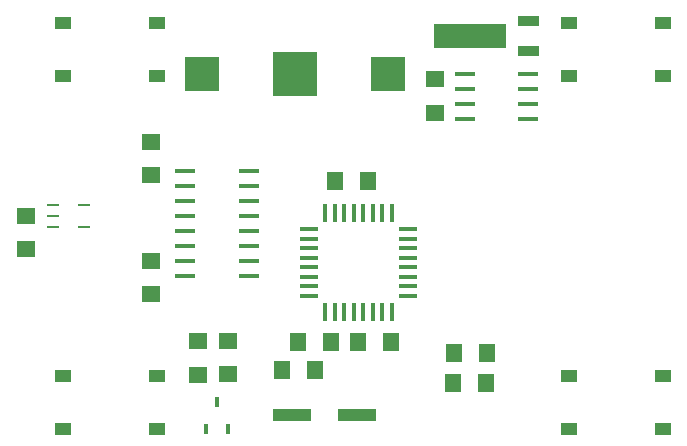
<source format=gbr>
G04 DipTrace 2.3.0.3*
%INBottomPaste.gbr*%
%MOIN*%
%ADD45R,0.1495X0.1495*%
%ADD47R,0.118X0.118*%
%ADD49R,0.1298X0.0392*%
%ADD51R,0.0589X0.0117*%
%ADD53R,0.0117X0.0589*%
%ADD55R,0.04X0.011*%
%ADD59R,0.0707X0.0156*%
%ADD61R,0.053X0.0432*%
%ADD63R,0.0176X0.0333*%
%ADD67R,0.0629X0.055*%
%ADD69R,0.055X0.0629*%
%FSLAX44Y44*%
G04*
G70*
G90*
G75*
G01*
%LNBotPaste*%
%LPD*%
D69*
X15770Y12940D3*
X16872D3*
X16542Y7565D3*
X17645D3*
D67*
X19082Y16315D3*
Y15213D3*
D69*
X15645Y7565D3*
X14542D3*
X15082Y6627D3*
X13980D3*
X19707Y6190D3*
X20810D3*
D67*
X5457Y11753D3*
Y10650D3*
X9645Y13127D3*
Y14230D3*
Y10252D3*
Y9150D3*
D63*
X12207Y4667D3*
X11459D3*
X11833Y5573D3*
D69*
X20832Y7190D3*
X19730D3*
D67*
X11207Y7582D3*
Y6480D3*
X12207Y6503D3*
Y7605D3*
D61*
X26707Y6440D3*
Y4668D3*
X23578D3*
Y6440D3*
X9832D3*
Y4668D3*
X6703D3*
Y6440D3*
Y16418D3*
Y18190D3*
X9832D3*
Y16418D3*
D59*
X22207Y16502D3*
Y16002D3*
Y15502D3*
Y15002D3*
X20082D3*
Y15502D3*
Y16002D3*
Y16502D3*
D55*
X6365Y11388D3*
Y11758D3*
Y12128D3*
X7395D3*
Y11388D3*
D59*
X10770Y9752D3*
Y10252D3*
Y10752D3*
Y11252D3*
Y11752D3*
Y12252D3*
Y12752D3*
Y13252D3*
X12896D3*
Y12752D3*
Y12252D3*
Y11752D3*
Y11252D3*
Y10752D3*
Y10252D3*
Y9752D3*
D53*
X17651Y8559D3*
X17336D3*
X17021D3*
X16706D3*
X16391D3*
X16076D3*
X15761D3*
X15446D3*
D51*
X14895Y9110D3*
Y9425D3*
Y9740D3*
Y10055D3*
Y10370D3*
Y10685D3*
Y11000D3*
Y11315D3*
D53*
X15446Y11866D3*
X15761D3*
X16076D3*
X16391D3*
X16706D3*
X17021D3*
X17336D3*
X17651D3*
D51*
X18202Y11315D3*
Y11000D3*
Y10685D3*
Y10370D3*
Y10055D3*
Y9740D3*
Y9425D3*
Y9110D3*
D49*
X14334Y5128D3*
X16499D3*
G36*
X21851Y18098D2*
Y18418D1*
X22564D1*
Y18098D1*
X21851D1*
G37*
G36*
Y17098D2*
Y17418D1*
X22564D1*
Y17098D1*
X21851D1*
G37*
G36*
X21473Y17364D2*
X19072D1*
Y18151D1*
X21473D1*
Y17364D1*
G37*
D61*
X23578Y16418D3*
Y18190D3*
X26707D3*
Y16418D3*
D47*
X17520Y16502D3*
D45*
X14429D3*
D47*
X11339D3*
M02*

</source>
